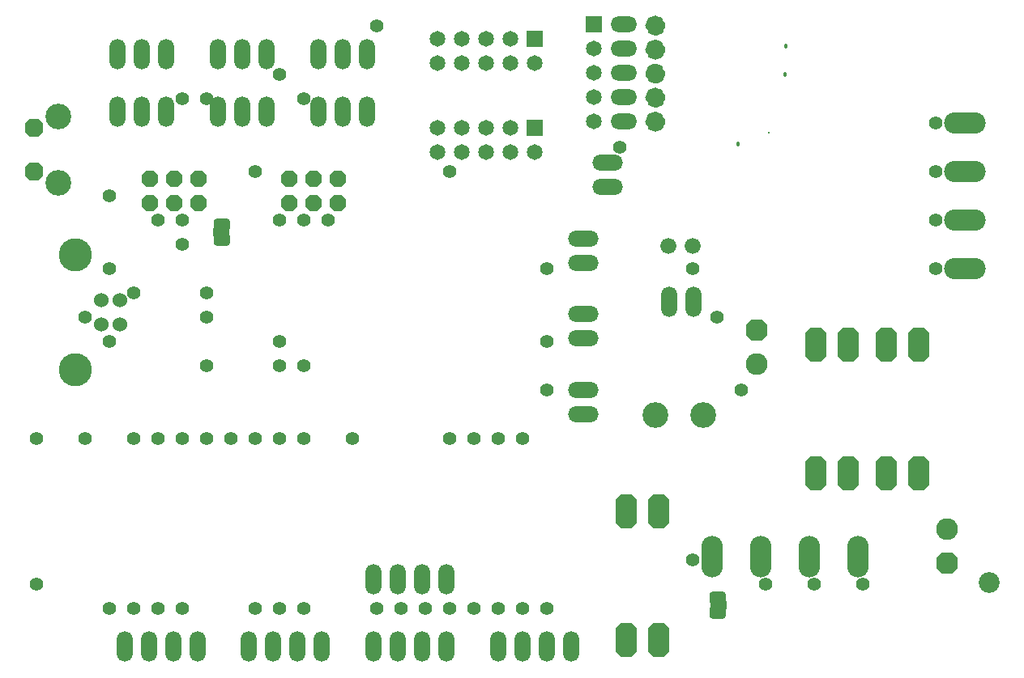
<source format=gbs>
G04 Layer_Color=16711935*
%FSLAX24Y24*%
%MOIN*%
G70*
G01*
G75*
%ADD44C,0.0600*%
G04:AMPARAMS|DCode=191|XSize=56mil|YSize=56mil|CornerRadius=28mil|HoleSize=0mil|Usage=FLASHONLY|Rotation=90.000|XOffset=0mil|YOffset=0mil|HoleType=Round|Shape=RoundedRectangle|*
%AMROUNDEDRECTD191*
21,1,0.0560,0.0000,0,0,90.0*
21,1,0.0000,0.0560,0,0,90.0*
1,1,0.0560,0.0000,0.0000*
1,1,0.0560,0.0000,0.0000*
1,1,0.0560,0.0000,0.0000*
1,1,0.0560,0.0000,0.0000*
%
%ADD191ROUNDEDRECTD191*%
G04:AMPARAMS|DCode=193|XSize=139mil|YSize=89mil|CornerRadius=0mil|HoleSize=0mil|Usage=FLASHONLY|Rotation=270.000|XOffset=0mil|YOffset=0mil|HoleType=Round|Shape=Octagon|*
%AMOCTAGOND193*
4,1,8,-0.0223,-0.0695,0.0223,-0.0695,0.0445,-0.0473,0.0445,0.0473,0.0223,0.0695,-0.0223,0.0695,-0.0445,0.0473,-0.0445,-0.0473,-0.0223,-0.0695,0.0*
%
%ADD193OCTAGOND193*%

%ADD194C,0.0651*%
%ADD195R,0.0651X0.0651*%
%ADD196O,0.0660X0.1260*%
%ADD197P,0.0823X8X292.5*%
%ADD198C,0.1060*%
%ADD199O,0.1260X0.0660*%
%ADD200O,0.1084X0.0651*%
%ADD201R,0.0651X0.0651*%
%ADD202C,0.1365*%
%ADD203O,0.1710X0.0885*%
%ADD204P,0.0974X8X112.5*%
%ADD205C,0.0900*%
%ADD206P,0.0736X8X22.5*%
%ADD207C,0.0660*%
%ADD208C,0.0860*%
%ADD209O,0.0885X0.1710*%
%ADD210C,0.0180*%
%ADD211C,0.0080*%
%ADD212C,0.0420*%
%ADD213R,0.0704X0.0354*%
G04:AMPARAMS|DCode=214|XSize=52mil|YSize=69mil|CornerRadius=14.5mil|HoleSize=0mil|Usage=FLASHONLY|Rotation=270.000|XOffset=0mil|YOffset=0mil|HoleType=Round|Shape=RoundedRectangle|*
%AMROUNDEDRECTD214*
21,1,0.0520,0.0400,0,0,270.0*
21,1,0.0230,0.0690,0,0,270.0*
1,1,0.0290,-0.0200,-0.0115*
1,1,0.0290,-0.0200,0.0115*
1,1,0.0290,0.0200,0.0115*
1,1,0.0290,0.0200,-0.0115*
%
%ADD214ROUNDEDRECTD214*%
G04:AMPARAMS|DCode=215|XSize=56mil|YSize=56mil|CornerRadius=28mil|HoleSize=0mil|Usage=FLASHONLY|Rotation=0.000|XOffset=0mil|YOffset=0mil|HoleType=Round|Shape=RoundedRectangle|*
%AMROUNDEDRECTD215*
21,1,0.0560,0.0000,0,0,0.0*
21,1,0.0000,0.0560,0,0,0.0*
1,1,0.0560,0.0000,0.0000*
1,1,0.0560,0.0000,0.0000*
1,1,0.0560,0.0000,0.0000*
1,1,0.0560,0.0000,0.0000*
%
%ADD215ROUNDEDRECTD215*%
D44*
X13668Y24697D02*
D03*
Y25689D02*
D03*
X14458D02*
D03*
Y24697D02*
D03*
D191*
X32000Y22000D02*
D03*
X35000Y32000D02*
D03*
D193*
X36615Y16991D02*
D03*
X35275D02*
D03*
Y11691D02*
D03*
X36615D02*
D03*
X43080Y23841D02*
D03*
X44420D02*
D03*
Y18541D02*
D03*
X43080D02*
D03*
X45984Y18551D02*
D03*
X47324D02*
D03*
Y23851D02*
D03*
X45984D02*
D03*
D194*
X27516Y35457D02*
D03*
Y36457D02*
D03*
X28516Y35457D02*
D03*
Y36457D02*
D03*
X29516Y35457D02*
D03*
Y36457D02*
D03*
X30516Y35457D02*
D03*
Y36457D02*
D03*
X31516Y35457D02*
D03*
X27496Y31785D02*
D03*
Y32785D02*
D03*
X28496Y31785D02*
D03*
Y32785D02*
D03*
X29496Y31785D02*
D03*
Y32785D02*
D03*
X30496Y31785D02*
D03*
Y32785D02*
D03*
X31496Y31785D02*
D03*
X33947Y33057D02*
D03*
Y34057D02*
D03*
Y35057D02*
D03*
Y36057D02*
D03*
D195*
X31516Y36457D02*
D03*
X31496Y32785D02*
D03*
D196*
X24878Y11417D02*
D03*
X25878D02*
D03*
X26878D02*
D03*
X27878D02*
D03*
X24878Y14173D02*
D03*
X25878D02*
D03*
X26878D02*
D03*
X27878D02*
D03*
X22622Y35827D02*
D03*
X23622D02*
D03*
X24622D02*
D03*
X18488D02*
D03*
X19488D02*
D03*
X20488D02*
D03*
X14354D02*
D03*
X15354D02*
D03*
X16354D02*
D03*
X20488Y33465D02*
D03*
X19488D02*
D03*
X18488D02*
D03*
X24622D02*
D03*
X23622D02*
D03*
X22622D02*
D03*
X16354D02*
D03*
X15354D02*
D03*
X14354D02*
D03*
X37059Y25630D02*
D03*
X38059D02*
D03*
X14642Y11417D02*
D03*
X15642D02*
D03*
X16642D02*
D03*
X17642D02*
D03*
X19760D02*
D03*
X20760D02*
D03*
X21760D02*
D03*
X22760D02*
D03*
X29996D02*
D03*
X30996D02*
D03*
X31996D02*
D03*
X32996D02*
D03*
D197*
X10927Y32780D02*
D03*
Y31000D02*
D03*
D198*
X11907Y33270D02*
D03*
Y30510D02*
D03*
X38445Y20945D02*
D03*
X36476D02*
D03*
D199*
X33504Y27217D02*
D03*
Y28217D02*
D03*
Y24106D02*
D03*
Y25106D02*
D03*
X34528Y31366D02*
D03*
Y30366D02*
D03*
X33504Y20996D02*
D03*
Y21996D02*
D03*
D200*
X35163Y33057D02*
D03*
Y34057D02*
D03*
Y35057D02*
D03*
Y36057D02*
D03*
Y37057D02*
D03*
D201*
X33947D02*
D03*
D202*
X12598Y22827D02*
D03*
Y27559D02*
D03*
D203*
X49210Y27000D02*
D03*
Y29000D02*
D03*
Y31000D02*
D03*
Y33000D02*
D03*
D204*
X40640Y24450D02*
D03*
X48484Y14851D02*
D03*
D205*
X40640Y23050D02*
D03*
X48484Y16251D02*
D03*
D206*
X21421Y29676D02*
D03*
Y30676D02*
D03*
X22421Y29676D02*
D03*
Y30676D02*
D03*
X23421Y29676D02*
D03*
Y30676D02*
D03*
X15695Y29676D02*
D03*
Y30676D02*
D03*
X16695Y29676D02*
D03*
Y30676D02*
D03*
X17695Y29676D02*
D03*
Y30676D02*
D03*
D207*
X37008Y27913D02*
D03*
X38008D02*
D03*
D208*
X50207Y14055D02*
D03*
D209*
X38821Y15108D02*
D03*
X40821D02*
D03*
X42821D02*
D03*
X44821D02*
D03*
D210*
X41830Y36140D02*
D03*
X41826Y34996D02*
D03*
X39890Y32123D02*
D03*
D211*
X41130Y32600D02*
D03*
D212*
X36676Y33041D02*
G03*
X36676Y33041I-200J0D01*
G01*
Y34031D02*
G03*
X36676Y34031I-200J0D01*
G01*
Y35020D02*
G03*
X36676Y35020I-200J0D01*
G01*
Y36009D02*
G03*
X36676Y36009I-200J0D01*
G01*
Y36998D02*
G03*
X36676Y36998I-200J0D01*
G01*
D213*
X18624Y28504D02*
D03*
X39063Y13120D02*
D03*
D214*
X18632Y28794D02*
D03*
Y28194D02*
D03*
X39055Y12830D02*
D03*
Y13430D02*
D03*
D215*
X38000Y15000D02*
D03*
X45000Y14000D02*
D03*
X43000D02*
D03*
X41000D02*
D03*
X25000Y13000D02*
D03*
X29000D02*
D03*
X26000D02*
D03*
X30000D02*
D03*
X32000D02*
D03*
X28000D02*
D03*
X31000D02*
D03*
X27000D02*
D03*
X17000D02*
D03*
X11000Y14000D02*
D03*
X20000Y13000D02*
D03*
X14000D02*
D03*
X16000D02*
D03*
X22000D02*
D03*
X21000D02*
D03*
X15000D02*
D03*
X20000Y31000D02*
D03*
X25000Y37000D02*
D03*
X13000Y25000D02*
D03*
X14000Y24000D02*
D03*
X17000Y29000D02*
D03*
X14000Y30000D02*
D03*
X16000Y29000D02*
D03*
X17000Y28000D02*
D03*
X22000Y34000D02*
D03*
X21000Y35000D02*
D03*
X18000Y34000D02*
D03*
X17000D02*
D03*
X23000Y29000D02*
D03*
X28000Y31000D02*
D03*
X22000Y29000D02*
D03*
X21000D02*
D03*
X40000Y22000D02*
D03*
X32000Y27000D02*
D03*
Y24000D02*
D03*
X31000Y20000D02*
D03*
X28000D02*
D03*
X30000D02*
D03*
X29000D02*
D03*
X24000D02*
D03*
X20000D02*
D03*
X22000D02*
D03*
X21000D02*
D03*
X19000D02*
D03*
X16000D02*
D03*
X18000D02*
D03*
X17000D02*
D03*
X15000D02*
D03*
X11000D02*
D03*
X13000D02*
D03*
X48000Y31000D02*
D03*
Y27000D02*
D03*
Y33000D02*
D03*
Y29000D02*
D03*
X38000Y27000D02*
D03*
X39000Y25000D02*
D03*
X18000Y23000D02*
D03*
Y25000D02*
D03*
Y26000D02*
D03*
X15000D02*
D03*
X14000Y27000D02*
D03*
X21000Y24000D02*
D03*
X22000Y23000D02*
D03*
X21000D02*
D03*
M02*

</source>
